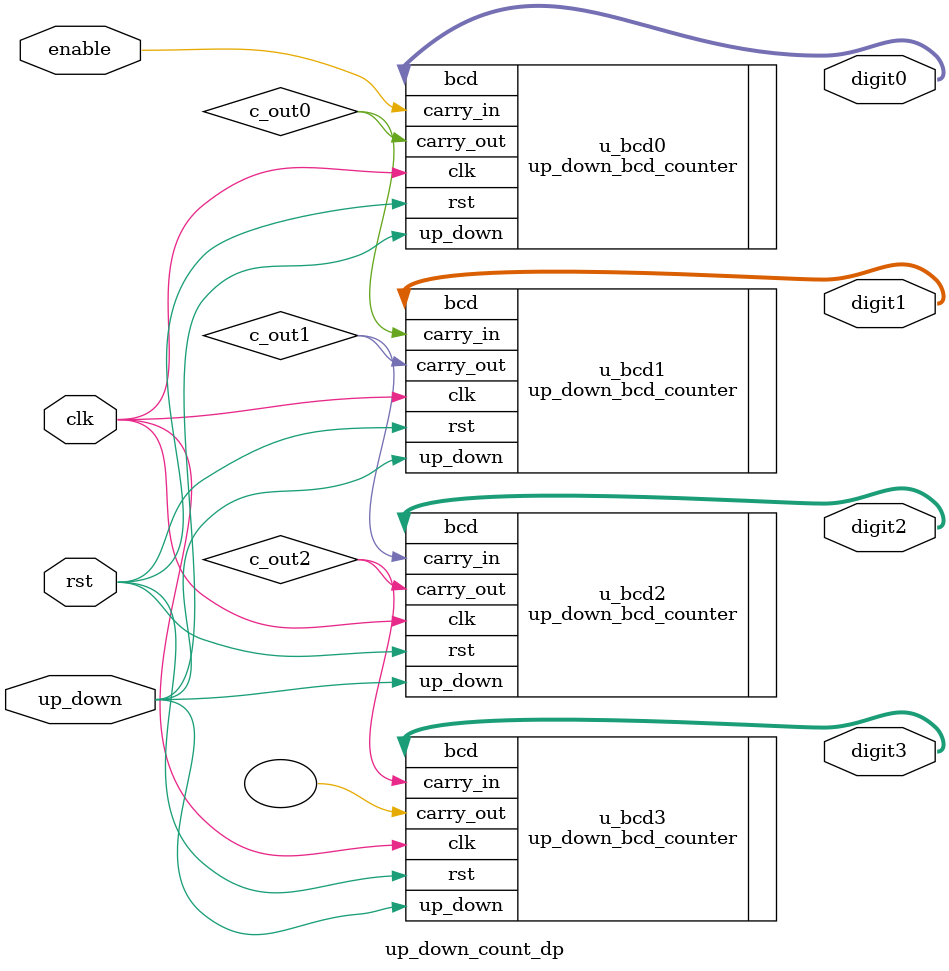
<source format=sv>
`timescale 1ns / 1ps

module up_down_count_dp (output logic [3:0] digit3, output logic [3:0] digit2,
	output logic [3:0] digit1, output logic [3:0] digit0,
	input logic enable, input logic up_down, input logic rst, input clk);

	logic c_out0, c_out1, c_out2;	// internal carry out signals

        // instantiate the 4 binary coded decimal counters
		//
		up_down_bcd_counter u_bcd0 (.carry_out(c_out0), .bcd(digit0), .up_down(up_down), .carry_in(enable), .rst(rst), .clk(clk));
		up_down_bcd_counter u_bcd1 (.carry_out(c_out1), .bcd(digit1), .up_down(up_down), .carry_in(c_out0), .rst(rst), .clk(clk));
		up_down_bcd_counter u_bcd2 (.carry_out(c_out2), .bcd(digit2), .up_down(up_down), .carry_in(c_out1), .rst(rst), .clk(clk));
		up_down_bcd_counter u_bcd3 (.carry_out(), .bcd(digit3), .up_down(up_down), .carry_in(c_out2), .rst(rst), .clk(clk));

endmodule

</source>
